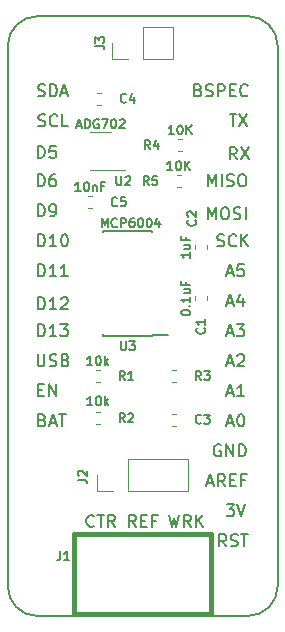
<source format=gbr>
G04 #@! TF.GenerationSoftware,KiCad,Pcbnew,5.0.2-bee76a0~70~ubuntu18.04.1*
G04 #@! TF.CreationDate,2020-04-01T17:28:38-07:00*
G04 #@! TF.ProjectId,potentiostat_featherwing,706f7465-6e74-4696-9f73-7461745f6665,rev?*
G04 #@! TF.SameCoordinates,Original*
G04 #@! TF.FileFunction,Legend,Top*
G04 #@! TF.FilePolarity,Positive*
%FSLAX46Y46*%
G04 Gerber Fmt 4.6, Leading zero omitted, Abs format (unit mm)*
G04 Created by KiCad (PCBNEW 5.0.2-bee76a0~70~ubuntu18.04.1) date Wed 01 Apr 2020 05:28:38 PM PDT*
%MOMM*%
%LPD*%
G01*
G04 APERTURE LIST*
%ADD10C,0.203200*%
%ADD11C,0.150000*%
%ADD12C,0.381000*%
%ADD13C,0.120000*%
%ADD14C,0.152400*%
G04 APERTURE END LIST*
D10*
X53031571Y-67642619D02*
X53273476Y-68658619D01*
X53467000Y-67932904D01*
X53660523Y-68658619D01*
X53902428Y-67642619D01*
X54870047Y-68658619D02*
X54531380Y-68174809D01*
X54289476Y-68658619D02*
X54289476Y-67642619D01*
X54676523Y-67642619D01*
X54773285Y-67691000D01*
X54821666Y-67739380D01*
X54870047Y-67836142D01*
X54870047Y-67981285D01*
X54821666Y-68078047D01*
X54773285Y-68126428D01*
X54676523Y-68174809D01*
X54289476Y-68174809D01*
X55305476Y-68658619D02*
X55305476Y-67642619D01*
X55886047Y-68658619D02*
X55450619Y-68078047D01*
X55886047Y-67642619D02*
X55305476Y-68223190D01*
X50219428Y-68658619D02*
X49880761Y-68174809D01*
X49638857Y-68658619D02*
X49638857Y-67642619D01*
X50025904Y-67642619D01*
X50122666Y-67691000D01*
X50171047Y-67739380D01*
X50219428Y-67836142D01*
X50219428Y-67981285D01*
X50171047Y-68078047D01*
X50122666Y-68126428D01*
X50025904Y-68174809D01*
X49638857Y-68174809D01*
X50654857Y-68126428D02*
X50993523Y-68126428D01*
X51138666Y-68658619D02*
X50654857Y-68658619D01*
X50654857Y-67642619D01*
X51138666Y-67642619D01*
X51912761Y-68126428D02*
X51574095Y-68126428D01*
X51574095Y-68658619D02*
X51574095Y-67642619D01*
X52057904Y-67642619D01*
X46663428Y-68561857D02*
X46615047Y-68610238D01*
X46469904Y-68658619D01*
X46373142Y-68658619D01*
X46228000Y-68610238D01*
X46131238Y-68513476D01*
X46082857Y-68416714D01*
X46034476Y-68223190D01*
X46034476Y-68078047D01*
X46082857Y-67884523D01*
X46131238Y-67787761D01*
X46228000Y-67691000D01*
X46373142Y-67642619D01*
X46469904Y-67642619D01*
X46615047Y-67691000D01*
X46663428Y-67739380D01*
X46953714Y-67642619D02*
X47534285Y-67642619D01*
X47244000Y-68658619D02*
X47244000Y-67642619D01*
X48453523Y-68658619D02*
X48114857Y-68174809D01*
X47872952Y-68658619D02*
X47872952Y-67642619D01*
X48260000Y-67642619D01*
X48356761Y-67691000D01*
X48405142Y-67739380D01*
X48453523Y-67836142D01*
X48453523Y-67981285D01*
X48405142Y-68078047D01*
X48356761Y-68126428D01*
X48260000Y-68174809D01*
X47872952Y-68174809D01*
D11*
G04 #@! TO.C,U1*
X39370000Y-27940000D02*
X39370000Y-73660000D01*
X59690000Y-76200000D02*
X41910000Y-76200000D01*
X62230000Y-27940000D02*
X62230000Y-73660000D01*
X59690000Y-25400000D02*
X41910000Y-25400000D01*
X41910000Y-76200000D02*
G75*
G02X39370000Y-73660000I0J2540000D01*
G01*
X62230000Y-73660000D02*
G75*
G02X59690000Y-76200000I-2540000J0D01*
G01*
X59690000Y-25400000D02*
G75*
G02X62230000Y-27940000I0J-2540000D01*
G01*
X39370000Y-27940000D02*
G75*
G02X41910000Y-25400000I2540000J0D01*
G01*
D12*
G04 #@! TO.C,J1*
X45001180Y-69242940D02*
X45001180Y-76045060D01*
X45001180Y-76045060D02*
X56598820Y-76045060D01*
X56598820Y-76045060D02*
X56598820Y-69242940D01*
X56598820Y-69242940D02*
X45001180Y-69242940D01*
D13*
G04 #@! TO.C,C1*
X56263000Y-49104733D02*
X56263000Y-49447267D01*
X55243000Y-49104733D02*
X55243000Y-49447267D01*
G04 #@! TO.C,C2*
X55243000Y-45129267D02*
X55243000Y-44786733D01*
X56263000Y-45129267D02*
X56263000Y-44786733D01*
G04 #@! TO.C,C3*
X53638267Y-59053000D02*
X53295733Y-59053000D01*
X53638267Y-60073000D02*
X53295733Y-60073000D01*
G04 #@! TO.C,C5*
X46526267Y-40638000D02*
X46183733Y-40638000D01*
X46526267Y-41658000D02*
X46183733Y-41658000D01*
G04 #@! TO.C,J2*
X54670000Y-65592000D02*
X54670000Y-62932000D01*
X49530000Y-65592000D02*
X54670000Y-65592000D01*
X49530000Y-62932000D02*
X54670000Y-62932000D01*
X49530000Y-65592000D02*
X49530000Y-62932000D01*
X48260000Y-65592000D02*
X46930000Y-65592000D01*
X46930000Y-65592000D02*
X46930000Y-64262000D01*
G04 #@! TO.C,J3*
X53400000Y-29016000D02*
X53400000Y-26356000D01*
X50800000Y-29016000D02*
X53400000Y-29016000D01*
X50800000Y-26356000D02*
X53400000Y-26356000D01*
X50800000Y-29016000D02*
X50800000Y-26356000D01*
X49530000Y-29016000D02*
X48200000Y-29016000D01*
X48200000Y-29016000D02*
X48200000Y-27686000D01*
G04 #@! TO.C,R1*
X46818733Y-55370000D02*
X47161267Y-55370000D01*
X46818733Y-56390000D02*
X47161267Y-56390000D01*
G04 #@! TO.C,R2*
X47175267Y-58926000D02*
X46832733Y-58926000D01*
X47175267Y-59946000D02*
X46832733Y-59946000D01*
G04 #@! TO.C,R3*
X53638267Y-56390000D02*
X53295733Y-56390000D01*
X53638267Y-55370000D02*
X53295733Y-55370000D01*
G04 #@! TO.C,R4*
X54146267Y-36832000D02*
X53803733Y-36832000D01*
X54146267Y-35812000D02*
X53803733Y-35812000D01*
G04 #@! TO.C,R5*
X53676733Y-39880000D02*
X54019267Y-39880000D01*
X53676733Y-38860000D02*
X54019267Y-38860000D01*
G04 #@! TO.C,U2*
X48144000Y-35220000D02*
X46344000Y-35220000D01*
X46344000Y-38440000D02*
X49294000Y-38440000D01*
D11*
G04 #@! TO.C,U3*
X51605000Y-52431000D02*
X52980000Y-52431000D01*
X51605000Y-43556000D02*
X47455000Y-43556000D01*
X51605000Y-52456000D02*
X47455000Y-52456000D01*
X51605000Y-43556000D02*
X51605000Y-43671000D01*
X47455000Y-43556000D02*
X47455000Y-43671000D01*
X47455000Y-52456000D02*
X47455000Y-52341000D01*
X51605000Y-52456000D02*
X51605000Y-52431000D01*
D13*
G04 #@! TO.C,C4*
X46945733Y-31875000D02*
X47288267Y-31875000D01*
X46945733Y-32895000D02*
X47288267Y-32895000D01*
G04 #@! TO.C,U1*
D10*
X57863619Y-70309619D02*
X57524952Y-69825809D01*
X57283047Y-70309619D02*
X57283047Y-69293619D01*
X57670095Y-69293619D01*
X57766857Y-69342000D01*
X57815238Y-69390380D01*
X57863619Y-69487142D01*
X57863619Y-69632285D01*
X57815238Y-69729047D01*
X57766857Y-69777428D01*
X57670095Y-69825809D01*
X57283047Y-69825809D01*
X58250666Y-70261238D02*
X58395809Y-70309619D01*
X58637714Y-70309619D01*
X58734476Y-70261238D01*
X58782857Y-70212857D01*
X58831238Y-70116095D01*
X58831238Y-70019333D01*
X58782857Y-69922571D01*
X58734476Y-69874190D01*
X58637714Y-69825809D01*
X58444190Y-69777428D01*
X58347428Y-69729047D01*
X58299047Y-69680666D01*
X58250666Y-69583904D01*
X58250666Y-69487142D01*
X58299047Y-69390380D01*
X58347428Y-69342000D01*
X58444190Y-69293619D01*
X58686095Y-69293619D01*
X58831238Y-69342000D01*
X59121523Y-69293619D02*
X59702095Y-69293619D01*
X59411809Y-70309619D02*
X59411809Y-69293619D01*
X57899904Y-66753619D02*
X58528857Y-66753619D01*
X58190190Y-67140666D01*
X58335333Y-67140666D01*
X58432095Y-67189047D01*
X58480476Y-67237428D01*
X58528857Y-67334190D01*
X58528857Y-67576095D01*
X58480476Y-67672857D01*
X58432095Y-67721238D01*
X58335333Y-67769619D01*
X58045047Y-67769619D01*
X57948285Y-67721238D01*
X57899904Y-67672857D01*
X58819142Y-66753619D02*
X59157809Y-67769619D01*
X59496476Y-66753619D01*
X56267047Y-64939333D02*
X56750857Y-64939333D01*
X56170285Y-65229619D02*
X56508952Y-64213619D01*
X56847619Y-65229619D01*
X57766857Y-65229619D02*
X57428190Y-64745809D01*
X57186285Y-65229619D02*
X57186285Y-64213619D01*
X57573333Y-64213619D01*
X57670095Y-64262000D01*
X57718476Y-64310380D01*
X57766857Y-64407142D01*
X57766857Y-64552285D01*
X57718476Y-64649047D01*
X57670095Y-64697428D01*
X57573333Y-64745809D01*
X57186285Y-64745809D01*
X58202285Y-64697428D02*
X58540952Y-64697428D01*
X58686095Y-65229619D02*
X58202285Y-65229619D01*
X58202285Y-64213619D01*
X58686095Y-64213619D01*
X59460190Y-64697428D02*
X59121523Y-64697428D01*
X59121523Y-65229619D02*
X59121523Y-64213619D01*
X59605333Y-64213619D01*
X57391904Y-61722000D02*
X57295142Y-61673619D01*
X57150000Y-61673619D01*
X57004857Y-61722000D01*
X56908095Y-61818761D01*
X56859714Y-61915523D01*
X56811333Y-62109047D01*
X56811333Y-62254190D01*
X56859714Y-62447714D01*
X56908095Y-62544476D01*
X57004857Y-62641238D01*
X57150000Y-62689619D01*
X57246761Y-62689619D01*
X57391904Y-62641238D01*
X57440285Y-62592857D01*
X57440285Y-62254190D01*
X57246761Y-62254190D01*
X57875714Y-62689619D02*
X57875714Y-61673619D01*
X58456285Y-62689619D01*
X58456285Y-61673619D01*
X58940095Y-62689619D02*
X58940095Y-61673619D01*
X59182000Y-61673619D01*
X59327142Y-61722000D01*
X59423904Y-61818761D01*
X59472285Y-61915523D01*
X59520666Y-62109047D01*
X59520666Y-62254190D01*
X59472285Y-62447714D01*
X59423904Y-62544476D01*
X59327142Y-62641238D01*
X59182000Y-62689619D01*
X58940095Y-62689619D01*
X57948285Y-59859333D02*
X58432095Y-59859333D01*
X57851523Y-60149619D02*
X58190190Y-59133619D01*
X58528857Y-60149619D01*
X59061047Y-59133619D02*
X59157809Y-59133619D01*
X59254571Y-59182000D01*
X59302952Y-59230380D01*
X59351333Y-59327142D01*
X59399714Y-59520666D01*
X59399714Y-59762571D01*
X59351333Y-59956095D01*
X59302952Y-60052857D01*
X59254571Y-60101238D01*
X59157809Y-60149619D01*
X59061047Y-60149619D01*
X58964285Y-60101238D01*
X58915904Y-60052857D01*
X58867523Y-59956095D01*
X58819142Y-59762571D01*
X58819142Y-59520666D01*
X58867523Y-59327142D01*
X58915904Y-59230380D01*
X58964285Y-59182000D01*
X59061047Y-59133619D01*
X57948285Y-57319333D02*
X58432095Y-57319333D01*
X57851523Y-57609619D02*
X58190190Y-56593619D01*
X58528857Y-57609619D01*
X59399714Y-57609619D02*
X58819142Y-57609619D01*
X59109428Y-57609619D02*
X59109428Y-56593619D01*
X59012666Y-56738761D01*
X58915904Y-56835523D01*
X58819142Y-56883904D01*
X57948285Y-54779333D02*
X58432095Y-54779333D01*
X57851523Y-55069619D02*
X58190190Y-54053619D01*
X58528857Y-55069619D01*
X58819142Y-54150380D02*
X58867523Y-54102000D01*
X58964285Y-54053619D01*
X59206190Y-54053619D01*
X59302952Y-54102000D01*
X59351333Y-54150380D01*
X59399714Y-54247142D01*
X59399714Y-54343904D01*
X59351333Y-54489047D01*
X58770761Y-55069619D01*
X59399714Y-55069619D01*
X57948285Y-52239333D02*
X58432095Y-52239333D01*
X57851523Y-52529619D02*
X58190190Y-51513619D01*
X58528857Y-52529619D01*
X58770761Y-51513619D02*
X59399714Y-51513619D01*
X59061047Y-51900666D01*
X59206190Y-51900666D01*
X59302952Y-51949047D01*
X59351333Y-51997428D01*
X59399714Y-52094190D01*
X59399714Y-52336095D01*
X59351333Y-52432857D01*
X59302952Y-52481238D01*
X59206190Y-52529619D01*
X58915904Y-52529619D01*
X58819142Y-52481238D01*
X58770761Y-52432857D01*
X57948285Y-49699333D02*
X58432095Y-49699333D01*
X57851523Y-49989619D02*
X58190190Y-48973619D01*
X58528857Y-49989619D01*
X59302952Y-49312285D02*
X59302952Y-49989619D01*
X59061047Y-48925238D02*
X58819142Y-49650952D01*
X59448095Y-49650952D01*
X57948285Y-47159333D02*
X58432095Y-47159333D01*
X57851523Y-47449619D02*
X58190190Y-46433619D01*
X58528857Y-47449619D01*
X59351333Y-46433619D02*
X58867523Y-46433619D01*
X58819142Y-46917428D01*
X58867523Y-46869047D01*
X58964285Y-46820666D01*
X59206190Y-46820666D01*
X59302952Y-46869047D01*
X59351333Y-46917428D01*
X59399714Y-47014190D01*
X59399714Y-47256095D01*
X59351333Y-47352857D01*
X59302952Y-47401238D01*
X59206190Y-47449619D01*
X58964285Y-47449619D01*
X58867523Y-47401238D01*
X58819142Y-47352857D01*
X57113714Y-44861238D02*
X57258857Y-44909619D01*
X57500761Y-44909619D01*
X57597523Y-44861238D01*
X57645904Y-44812857D01*
X57694285Y-44716095D01*
X57694285Y-44619333D01*
X57645904Y-44522571D01*
X57597523Y-44474190D01*
X57500761Y-44425809D01*
X57307238Y-44377428D01*
X57210476Y-44329047D01*
X57162095Y-44280666D01*
X57113714Y-44183904D01*
X57113714Y-44087142D01*
X57162095Y-43990380D01*
X57210476Y-43942000D01*
X57307238Y-43893619D01*
X57549142Y-43893619D01*
X57694285Y-43942000D01*
X58710285Y-44812857D02*
X58661904Y-44861238D01*
X58516761Y-44909619D01*
X58420000Y-44909619D01*
X58274857Y-44861238D01*
X58178095Y-44764476D01*
X58129714Y-44667714D01*
X58081333Y-44474190D01*
X58081333Y-44329047D01*
X58129714Y-44135523D01*
X58178095Y-44038761D01*
X58274857Y-43942000D01*
X58420000Y-43893619D01*
X58516761Y-43893619D01*
X58661904Y-43942000D01*
X58710285Y-43990380D01*
X59145714Y-44909619D02*
X59145714Y-43893619D01*
X59726285Y-44909619D02*
X59290857Y-44329047D01*
X59726285Y-43893619D02*
X59145714Y-44474190D01*
X56315428Y-42623619D02*
X56315428Y-41607619D01*
X56654095Y-42333333D01*
X56992761Y-41607619D01*
X56992761Y-42623619D01*
X57670095Y-41607619D02*
X57863619Y-41607619D01*
X57960380Y-41656000D01*
X58057142Y-41752761D01*
X58105523Y-41946285D01*
X58105523Y-42284952D01*
X58057142Y-42478476D01*
X57960380Y-42575238D01*
X57863619Y-42623619D01*
X57670095Y-42623619D01*
X57573333Y-42575238D01*
X57476571Y-42478476D01*
X57428190Y-42284952D01*
X57428190Y-41946285D01*
X57476571Y-41752761D01*
X57573333Y-41656000D01*
X57670095Y-41607619D01*
X58492571Y-42575238D02*
X58637714Y-42623619D01*
X58879619Y-42623619D01*
X58976380Y-42575238D01*
X59024761Y-42526857D01*
X59073142Y-42430095D01*
X59073142Y-42333333D01*
X59024761Y-42236571D01*
X58976380Y-42188190D01*
X58879619Y-42139809D01*
X58686095Y-42091428D01*
X58589333Y-42043047D01*
X58540952Y-41994666D01*
X58492571Y-41897904D01*
X58492571Y-41801142D01*
X58540952Y-41704380D01*
X58589333Y-41656000D01*
X58686095Y-41607619D01*
X58928000Y-41607619D01*
X59073142Y-41656000D01*
X59508571Y-42623619D02*
X59508571Y-41607619D01*
X56315428Y-39829619D02*
X56315428Y-38813619D01*
X56654095Y-39539333D01*
X56992761Y-38813619D01*
X56992761Y-39829619D01*
X57476571Y-39829619D02*
X57476571Y-38813619D01*
X57912000Y-39781238D02*
X58057142Y-39829619D01*
X58299047Y-39829619D01*
X58395809Y-39781238D01*
X58444190Y-39732857D01*
X58492571Y-39636095D01*
X58492571Y-39539333D01*
X58444190Y-39442571D01*
X58395809Y-39394190D01*
X58299047Y-39345809D01*
X58105523Y-39297428D01*
X58008761Y-39249047D01*
X57960380Y-39200666D01*
X57912000Y-39103904D01*
X57912000Y-39007142D01*
X57960380Y-38910380D01*
X58008761Y-38862000D01*
X58105523Y-38813619D01*
X58347428Y-38813619D01*
X58492571Y-38862000D01*
X59121523Y-38813619D02*
X59315047Y-38813619D01*
X59411809Y-38862000D01*
X59508571Y-38958761D01*
X59556952Y-39152285D01*
X59556952Y-39490952D01*
X59508571Y-39684476D01*
X59411809Y-39781238D01*
X59315047Y-39829619D01*
X59121523Y-39829619D01*
X59024761Y-39781238D01*
X58927999Y-39684476D01*
X58879619Y-39490952D01*
X58879619Y-39152285D01*
X58927999Y-38958761D01*
X59024761Y-38862000D01*
X59121523Y-38813619D01*
X58758666Y-37543619D02*
X58420000Y-37059809D01*
X58178095Y-37543619D02*
X58178095Y-36527619D01*
X58565142Y-36527619D01*
X58661904Y-36576000D01*
X58710285Y-36624380D01*
X58758666Y-36721142D01*
X58758666Y-36866285D01*
X58710285Y-36963047D01*
X58661904Y-37011428D01*
X58565142Y-37059809D01*
X58178095Y-37059809D01*
X59097333Y-36527619D02*
X59774666Y-37543619D01*
X59774666Y-36527619D02*
X59097333Y-37543619D01*
X58153904Y-33733619D02*
X58734476Y-33733619D01*
X58444190Y-34749619D02*
X58444190Y-33733619D01*
X58976380Y-33733619D02*
X59653714Y-34749619D01*
X59653714Y-33733619D02*
X58976380Y-34749619D01*
X55517142Y-31677428D02*
X55662285Y-31725809D01*
X55710666Y-31774190D01*
X55759047Y-31870952D01*
X55759047Y-32016095D01*
X55710666Y-32112857D01*
X55662285Y-32161238D01*
X55565523Y-32209619D01*
X55178476Y-32209619D01*
X55178476Y-31193619D01*
X55517142Y-31193619D01*
X55613904Y-31242000D01*
X55662285Y-31290380D01*
X55710666Y-31387142D01*
X55710666Y-31483904D01*
X55662285Y-31580666D01*
X55613904Y-31629047D01*
X55517142Y-31677428D01*
X55178476Y-31677428D01*
X56146095Y-32161238D02*
X56291238Y-32209619D01*
X56533142Y-32209619D01*
X56629904Y-32161238D01*
X56678285Y-32112857D01*
X56726666Y-32016095D01*
X56726666Y-31919333D01*
X56678285Y-31822571D01*
X56629904Y-31774190D01*
X56533142Y-31725809D01*
X56339619Y-31677428D01*
X56242857Y-31629047D01*
X56194476Y-31580666D01*
X56146095Y-31483904D01*
X56146095Y-31387142D01*
X56194476Y-31290380D01*
X56242857Y-31242000D01*
X56339619Y-31193619D01*
X56581523Y-31193619D01*
X56726666Y-31242000D01*
X57162095Y-32209619D02*
X57162095Y-31193619D01*
X57549142Y-31193619D01*
X57645904Y-31242000D01*
X57694285Y-31290380D01*
X57742666Y-31387142D01*
X57742666Y-31532285D01*
X57694285Y-31629047D01*
X57645904Y-31677428D01*
X57549142Y-31725809D01*
X57162095Y-31725809D01*
X58178095Y-31677428D02*
X58516761Y-31677428D01*
X58661904Y-32209619D02*
X58178095Y-32209619D01*
X58178095Y-31193619D01*
X58661904Y-31193619D01*
X59677904Y-32112857D02*
X59629523Y-32161238D01*
X59484380Y-32209619D01*
X59387619Y-32209619D01*
X59242476Y-32161238D01*
X59145714Y-32064476D01*
X59097333Y-31967714D01*
X59048952Y-31774190D01*
X59048952Y-31629047D01*
X59097333Y-31435523D01*
X59145714Y-31338761D01*
X59242476Y-31242000D01*
X59387619Y-31193619D01*
X59484380Y-31193619D01*
X59629523Y-31242000D01*
X59677904Y-31290380D01*
X42303095Y-59617428D02*
X42448238Y-59665809D01*
X42496619Y-59714190D01*
X42545000Y-59810952D01*
X42545000Y-59956095D01*
X42496619Y-60052857D01*
X42448238Y-60101238D01*
X42351476Y-60149619D01*
X41964428Y-60149619D01*
X41964428Y-59133619D01*
X42303095Y-59133619D01*
X42399857Y-59182000D01*
X42448238Y-59230380D01*
X42496619Y-59327142D01*
X42496619Y-59423904D01*
X42448238Y-59520666D01*
X42399857Y-59569047D01*
X42303095Y-59617428D01*
X41964428Y-59617428D01*
X42932047Y-59859333D02*
X43415857Y-59859333D01*
X42835285Y-60149619D02*
X43173952Y-59133619D01*
X43512619Y-60149619D01*
X43706142Y-59133619D02*
X44286714Y-59133619D01*
X43996428Y-60149619D02*
X43996428Y-59133619D01*
X41922095Y-57077428D02*
X42260761Y-57077428D01*
X42405904Y-57609619D02*
X41922095Y-57609619D01*
X41922095Y-56593619D01*
X42405904Y-56593619D01*
X42841333Y-57609619D02*
X42841333Y-56593619D01*
X43421904Y-57609619D01*
X43421904Y-56593619D01*
X41897904Y-54053619D02*
X41897904Y-54876095D01*
X41946285Y-54972857D01*
X41994666Y-55021238D01*
X42091428Y-55069619D01*
X42284952Y-55069619D01*
X42381714Y-55021238D01*
X42430095Y-54972857D01*
X42478476Y-54876095D01*
X42478476Y-54053619D01*
X42913904Y-55021238D02*
X43059047Y-55069619D01*
X43300952Y-55069619D01*
X43397714Y-55021238D01*
X43446095Y-54972857D01*
X43494476Y-54876095D01*
X43494476Y-54779333D01*
X43446095Y-54682571D01*
X43397714Y-54634190D01*
X43300952Y-54585809D01*
X43107428Y-54537428D01*
X43010666Y-54489047D01*
X42962285Y-54440666D01*
X42913904Y-54343904D01*
X42913904Y-54247142D01*
X42962285Y-54150380D01*
X43010666Y-54102000D01*
X43107428Y-54053619D01*
X43349333Y-54053619D01*
X43494476Y-54102000D01*
X44268571Y-54537428D02*
X44413714Y-54585809D01*
X44462095Y-54634190D01*
X44510476Y-54730952D01*
X44510476Y-54876095D01*
X44462095Y-54972857D01*
X44413714Y-55021238D01*
X44316952Y-55069619D01*
X43929904Y-55069619D01*
X43929904Y-54053619D01*
X44268571Y-54053619D01*
X44365333Y-54102000D01*
X44413714Y-54150380D01*
X44462095Y-54247142D01*
X44462095Y-54343904D01*
X44413714Y-54440666D01*
X44365333Y-54489047D01*
X44268571Y-54537428D01*
X43929904Y-54537428D01*
X41946285Y-52529619D02*
X41946285Y-51513619D01*
X42188190Y-51513619D01*
X42333333Y-51562000D01*
X42430095Y-51658761D01*
X42478476Y-51755523D01*
X42526857Y-51949047D01*
X42526857Y-52094190D01*
X42478476Y-52287714D01*
X42430095Y-52384476D01*
X42333333Y-52481238D01*
X42188190Y-52529619D01*
X41946285Y-52529619D01*
X43494476Y-52529619D02*
X42913904Y-52529619D01*
X43204190Y-52529619D02*
X43204190Y-51513619D01*
X43107428Y-51658761D01*
X43010666Y-51755523D01*
X42913904Y-51803904D01*
X43833142Y-51513619D02*
X44462095Y-51513619D01*
X44123428Y-51900666D01*
X44268571Y-51900666D01*
X44365333Y-51949047D01*
X44413714Y-51997428D01*
X44462095Y-52094190D01*
X44462095Y-52336095D01*
X44413714Y-52432857D01*
X44365333Y-52481238D01*
X44268571Y-52529619D01*
X43978285Y-52529619D01*
X43881523Y-52481238D01*
X43833142Y-52432857D01*
X41946285Y-50243619D02*
X41946285Y-49227619D01*
X42188190Y-49227619D01*
X42333333Y-49276000D01*
X42430095Y-49372761D01*
X42478476Y-49469523D01*
X42526857Y-49663047D01*
X42526857Y-49808190D01*
X42478476Y-50001714D01*
X42430095Y-50098476D01*
X42333333Y-50195238D01*
X42188190Y-50243619D01*
X41946285Y-50243619D01*
X43494476Y-50243619D02*
X42913904Y-50243619D01*
X43204190Y-50243619D02*
X43204190Y-49227619D01*
X43107428Y-49372761D01*
X43010666Y-49469523D01*
X42913904Y-49517904D01*
X43881523Y-49324380D02*
X43929904Y-49276000D01*
X44026666Y-49227619D01*
X44268571Y-49227619D01*
X44365333Y-49276000D01*
X44413714Y-49324380D01*
X44462095Y-49421142D01*
X44462095Y-49517904D01*
X44413714Y-49663047D01*
X43833142Y-50243619D01*
X44462095Y-50243619D01*
X41946285Y-47449619D02*
X41946285Y-46433619D01*
X42188190Y-46433619D01*
X42333333Y-46482000D01*
X42430095Y-46578761D01*
X42478476Y-46675523D01*
X42526857Y-46869047D01*
X42526857Y-47014190D01*
X42478476Y-47207714D01*
X42430095Y-47304476D01*
X42333333Y-47401238D01*
X42188190Y-47449619D01*
X41946285Y-47449619D01*
X43494476Y-47449619D02*
X42913904Y-47449619D01*
X43204190Y-47449619D02*
X43204190Y-46433619D01*
X43107428Y-46578761D01*
X43010666Y-46675523D01*
X42913904Y-46723904D01*
X44462095Y-47449619D02*
X43881523Y-47449619D01*
X44171809Y-47449619D02*
X44171809Y-46433619D01*
X44075047Y-46578761D01*
X43978285Y-46675523D01*
X43881523Y-46723904D01*
X41946285Y-44909619D02*
X41946285Y-43893619D01*
X42188190Y-43893619D01*
X42333333Y-43942000D01*
X42430095Y-44038761D01*
X42478476Y-44135523D01*
X42526857Y-44329047D01*
X42526857Y-44474190D01*
X42478476Y-44667714D01*
X42430095Y-44764476D01*
X42333333Y-44861238D01*
X42188190Y-44909619D01*
X41946285Y-44909619D01*
X43494476Y-44909619D02*
X42913904Y-44909619D01*
X43204190Y-44909619D02*
X43204190Y-43893619D01*
X43107428Y-44038761D01*
X43010666Y-44135523D01*
X42913904Y-44183904D01*
X44123428Y-43893619D02*
X44220190Y-43893619D01*
X44316952Y-43942000D01*
X44365333Y-43990380D01*
X44413714Y-44087142D01*
X44462095Y-44280666D01*
X44462095Y-44522571D01*
X44413714Y-44716095D01*
X44365333Y-44812857D01*
X44316952Y-44861238D01*
X44220190Y-44909619D01*
X44123428Y-44909619D01*
X44026666Y-44861238D01*
X43978285Y-44812857D01*
X43929904Y-44716095D01*
X43881523Y-44522571D01*
X43881523Y-44280666D01*
X43929904Y-44087142D01*
X43978285Y-43990380D01*
X44026666Y-43942000D01*
X44123428Y-43893619D01*
X41922095Y-42369619D02*
X41922095Y-41353619D01*
X42164000Y-41353619D01*
X42309142Y-41402000D01*
X42405904Y-41498761D01*
X42454285Y-41595523D01*
X42502666Y-41789047D01*
X42502666Y-41934190D01*
X42454285Y-42127714D01*
X42405904Y-42224476D01*
X42309142Y-42321238D01*
X42164000Y-42369619D01*
X41922095Y-42369619D01*
X42986476Y-42369619D02*
X43180000Y-42369619D01*
X43276761Y-42321238D01*
X43325142Y-42272857D01*
X43421904Y-42127714D01*
X43470285Y-41934190D01*
X43470285Y-41547142D01*
X43421904Y-41450380D01*
X43373523Y-41402000D01*
X43276761Y-41353619D01*
X43083238Y-41353619D01*
X42986476Y-41402000D01*
X42938095Y-41450380D01*
X42889714Y-41547142D01*
X42889714Y-41789047D01*
X42938095Y-41885809D01*
X42986476Y-41934190D01*
X43083238Y-41982571D01*
X43276761Y-41982571D01*
X43373523Y-41934190D01*
X43421904Y-41885809D01*
X43470285Y-41789047D01*
X41922095Y-39829619D02*
X41922095Y-38813619D01*
X42164000Y-38813619D01*
X42309142Y-38862000D01*
X42405904Y-38958761D01*
X42454285Y-39055523D01*
X42502666Y-39249047D01*
X42502666Y-39394190D01*
X42454285Y-39587714D01*
X42405904Y-39684476D01*
X42309142Y-39781238D01*
X42164000Y-39829619D01*
X41922095Y-39829619D01*
X43373523Y-38813619D02*
X43180000Y-38813619D01*
X43083238Y-38862000D01*
X43034857Y-38910380D01*
X42938095Y-39055523D01*
X42889714Y-39249047D01*
X42889714Y-39636095D01*
X42938095Y-39732857D01*
X42986476Y-39781238D01*
X43083238Y-39829619D01*
X43276761Y-39829619D01*
X43373523Y-39781238D01*
X43421904Y-39732857D01*
X43470285Y-39636095D01*
X43470285Y-39394190D01*
X43421904Y-39297428D01*
X43373523Y-39249047D01*
X43276761Y-39200666D01*
X43083238Y-39200666D01*
X42986476Y-39249047D01*
X42938095Y-39297428D01*
X42889714Y-39394190D01*
X41922095Y-37416619D02*
X41922095Y-36400619D01*
X42164000Y-36400619D01*
X42309142Y-36449000D01*
X42405904Y-36545761D01*
X42454285Y-36642523D01*
X42502666Y-36836047D01*
X42502666Y-36981190D01*
X42454285Y-37174714D01*
X42405904Y-37271476D01*
X42309142Y-37368238D01*
X42164000Y-37416619D01*
X41922095Y-37416619D01*
X43421904Y-36400619D02*
X42938095Y-36400619D01*
X42889714Y-36884428D01*
X42938095Y-36836047D01*
X43034857Y-36787666D01*
X43276761Y-36787666D01*
X43373523Y-36836047D01*
X43421904Y-36884428D01*
X43470285Y-36981190D01*
X43470285Y-37223095D01*
X43421904Y-37319857D01*
X43373523Y-37368238D01*
X43276761Y-37416619D01*
X43034857Y-37416619D01*
X42938095Y-37368238D01*
X42889714Y-37319857D01*
X41970476Y-34701238D02*
X42115619Y-34749619D01*
X42357523Y-34749619D01*
X42454285Y-34701238D01*
X42502666Y-34652857D01*
X42551047Y-34556095D01*
X42551047Y-34459333D01*
X42502666Y-34362571D01*
X42454285Y-34314190D01*
X42357523Y-34265809D01*
X42164000Y-34217428D01*
X42067238Y-34169047D01*
X42018857Y-34120666D01*
X41970476Y-34023904D01*
X41970476Y-33927142D01*
X42018857Y-33830380D01*
X42067238Y-33782000D01*
X42164000Y-33733619D01*
X42405904Y-33733619D01*
X42551047Y-33782000D01*
X43567047Y-34652857D02*
X43518666Y-34701238D01*
X43373523Y-34749619D01*
X43276761Y-34749619D01*
X43131619Y-34701238D01*
X43034857Y-34604476D01*
X42986476Y-34507714D01*
X42938095Y-34314190D01*
X42938095Y-34169047D01*
X42986476Y-33975523D01*
X43034857Y-33878761D01*
X43131619Y-33782000D01*
X43276761Y-33733619D01*
X43373523Y-33733619D01*
X43518666Y-33782000D01*
X43567047Y-33830380D01*
X44486285Y-34749619D02*
X44002476Y-34749619D01*
X44002476Y-33733619D01*
X41946285Y-32161238D02*
X42091428Y-32209619D01*
X42333333Y-32209619D01*
X42430095Y-32161238D01*
X42478476Y-32112857D01*
X42526857Y-32016095D01*
X42526857Y-31919333D01*
X42478476Y-31822571D01*
X42430095Y-31774190D01*
X42333333Y-31725809D01*
X42139809Y-31677428D01*
X42043047Y-31629047D01*
X41994666Y-31580666D01*
X41946285Y-31483904D01*
X41946285Y-31387142D01*
X41994666Y-31290380D01*
X42043047Y-31242000D01*
X42139809Y-31193619D01*
X42381714Y-31193619D01*
X42526857Y-31242000D01*
X42962285Y-32209619D02*
X42962285Y-31193619D01*
X43204190Y-31193619D01*
X43349333Y-31242000D01*
X43446095Y-31338761D01*
X43494476Y-31435523D01*
X43542857Y-31629047D01*
X43542857Y-31774190D01*
X43494476Y-31967714D01*
X43446095Y-32064476D01*
X43349333Y-32161238D01*
X43204190Y-32209619D01*
X42962285Y-32209619D01*
X43929904Y-31919333D02*
X44413714Y-31919333D01*
X43833142Y-32209619D02*
X44171809Y-31193619D01*
X44510476Y-32209619D01*
G04 #@! TO.C,J1*
D14*
X43815000Y-70702714D02*
X43815000Y-71247000D01*
X43778714Y-71355857D01*
X43706142Y-71428428D01*
X43597285Y-71464714D01*
X43524714Y-71464714D01*
X44577000Y-71464714D02*
X44141571Y-71464714D01*
X44359285Y-71464714D02*
X44359285Y-70702714D01*
X44286714Y-70811571D01*
X44214142Y-70884142D01*
X44141571Y-70920428D01*
G04 #@! TO.C,C1*
X56025142Y-51816000D02*
X56061428Y-51852285D01*
X56097714Y-51961142D01*
X56097714Y-52033714D01*
X56061428Y-52142571D01*
X55988857Y-52215142D01*
X55916285Y-52251428D01*
X55771142Y-52287714D01*
X55662285Y-52287714D01*
X55517142Y-52251428D01*
X55444571Y-52215142D01*
X55372000Y-52142571D01*
X55335714Y-52033714D01*
X55335714Y-51961142D01*
X55372000Y-51852285D01*
X55408285Y-51816000D01*
X56097714Y-51090285D02*
X56097714Y-51525714D01*
X56097714Y-51308000D02*
X55335714Y-51308000D01*
X55444571Y-51380571D01*
X55517142Y-51453142D01*
X55553428Y-51525714D01*
X54065714Y-50527857D02*
X54065714Y-50455285D01*
X54102000Y-50382714D01*
X54138285Y-50346428D01*
X54210857Y-50310142D01*
X54356000Y-50273857D01*
X54537428Y-50273857D01*
X54682571Y-50310142D01*
X54755142Y-50346428D01*
X54791428Y-50382714D01*
X54827714Y-50455285D01*
X54827714Y-50527857D01*
X54791428Y-50600428D01*
X54755142Y-50636714D01*
X54682571Y-50673000D01*
X54537428Y-50709285D01*
X54356000Y-50709285D01*
X54210857Y-50673000D01*
X54138285Y-50636714D01*
X54102000Y-50600428D01*
X54065714Y-50527857D01*
X54755142Y-49947285D02*
X54791428Y-49911000D01*
X54827714Y-49947285D01*
X54791428Y-49983571D01*
X54755142Y-49947285D01*
X54827714Y-49947285D01*
X54827714Y-49185285D02*
X54827714Y-49620714D01*
X54827714Y-49403000D02*
X54065714Y-49403000D01*
X54174571Y-49475571D01*
X54247142Y-49548142D01*
X54283428Y-49620714D01*
X54319714Y-48532142D02*
X54827714Y-48532142D01*
X54319714Y-48858714D02*
X54718857Y-48858714D01*
X54791428Y-48822428D01*
X54827714Y-48749857D01*
X54827714Y-48641000D01*
X54791428Y-48568428D01*
X54755142Y-48532142D01*
X54428571Y-47915285D02*
X54428571Y-48169285D01*
X54827714Y-48169285D02*
X54065714Y-48169285D01*
X54065714Y-47806428D01*
G04 #@! TO.C,C2*
X55263142Y-42672000D02*
X55299428Y-42708285D01*
X55335714Y-42817142D01*
X55335714Y-42889714D01*
X55299428Y-42998571D01*
X55226857Y-43071142D01*
X55154285Y-43107428D01*
X55009142Y-43143714D01*
X54900285Y-43143714D01*
X54755142Y-43107428D01*
X54682571Y-43071142D01*
X54610000Y-42998571D01*
X54573714Y-42889714D01*
X54573714Y-42817142D01*
X54610000Y-42708285D01*
X54646285Y-42672000D01*
X54646285Y-42381714D02*
X54610000Y-42345428D01*
X54573714Y-42272857D01*
X54573714Y-42091428D01*
X54610000Y-42018857D01*
X54646285Y-41982571D01*
X54718857Y-41946285D01*
X54791428Y-41946285D01*
X54900285Y-41982571D01*
X55335714Y-42418000D01*
X55335714Y-41946285D01*
X54827714Y-45411571D02*
X54827714Y-45847000D01*
X54827714Y-45629285D02*
X54065714Y-45629285D01*
X54174571Y-45701857D01*
X54247142Y-45774428D01*
X54283428Y-45847000D01*
X54319714Y-44758428D02*
X54827714Y-44758428D01*
X54319714Y-45085000D02*
X54718857Y-45085000D01*
X54791428Y-45048714D01*
X54827714Y-44976142D01*
X54827714Y-44867285D01*
X54791428Y-44794714D01*
X54755142Y-44758428D01*
X54428571Y-44141571D02*
X54428571Y-44395571D01*
X54827714Y-44395571D02*
X54065714Y-44395571D01*
X54065714Y-44032714D01*
G04 #@! TO.C,C3*
X55753000Y-59835142D02*
X55716714Y-59871428D01*
X55607857Y-59907714D01*
X55535285Y-59907714D01*
X55426428Y-59871428D01*
X55353857Y-59798857D01*
X55317571Y-59726285D01*
X55281285Y-59581142D01*
X55281285Y-59472285D01*
X55317571Y-59327142D01*
X55353857Y-59254571D01*
X55426428Y-59182000D01*
X55535285Y-59145714D01*
X55607857Y-59145714D01*
X55716714Y-59182000D01*
X55753000Y-59218285D01*
X56007000Y-59145714D02*
X56478714Y-59145714D01*
X56224714Y-59436000D01*
X56333571Y-59436000D01*
X56406142Y-59472285D01*
X56442428Y-59508571D01*
X56478714Y-59581142D01*
X56478714Y-59762571D01*
X56442428Y-59835142D01*
X56406142Y-59871428D01*
X56333571Y-59907714D01*
X56115857Y-59907714D01*
X56043285Y-59871428D01*
X56007000Y-59835142D01*
G04 #@! TO.C,C5*
X48641000Y-41420142D02*
X48604714Y-41456428D01*
X48495857Y-41492714D01*
X48423285Y-41492714D01*
X48314428Y-41456428D01*
X48241857Y-41383857D01*
X48205571Y-41311285D01*
X48169285Y-41166142D01*
X48169285Y-41057285D01*
X48205571Y-40912142D01*
X48241857Y-40839571D01*
X48314428Y-40767000D01*
X48423285Y-40730714D01*
X48495857Y-40730714D01*
X48604714Y-40767000D01*
X48641000Y-40803285D01*
X49330428Y-40730714D02*
X48967571Y-40730714D01*
X48931285Y-41093571D01*
X48967571Y-41057285D01*
X49040142Y-41021000D01*
X49221571Y-41021000D01*
X49294142Y-41057285D01*
X49330428Y-41093571D01*
X49366714Y-41166142D01*
X49366714Y-41347571D01*
X49330428Y-41420142D01*
X49294142Y-41456428D01*
X49221571Y-41492714D01*
X49040142Y-41492714D01*
X48967571Y-41456428D01*
X48931285Y-41420142D01*
X45538571Y-40222714D02*
X45103142Y-40222714D01*
X45320857Y-40222714D02*
X45320857Y-39460714D01*
X45248285Y-39569571D01*
X45175714Y-39642142D01*
X45103142Y-39678428D01*
X46010285Y-39460714D02*
X46082857Y-39460714D01*
X46155428Y-39497000D01*
X46191714Y-39533285D01*
X46228000Y-39605857D01*
X46264285Y-39751000D01*
X46264285Y-39932428D01*
X46228000Y-40077571D01*
X46191714Y-40150142D01*
X46155428Y-40186428D01*
X46082857Y-40222714D01*
X46010285Y-40222714D01*
X45937714Y-40186428D01*
X45901428Y-40150142D01*
X45865142Y-40077571D01*
X45828857Y-39932428D01*
X45828857Y-39751000D01*
X45865142Y-39605857D01*
X45901428Y-39533285D01*
X45937714Y-39497000D01*
X46010285Y-39460714D01*
X46590857Y-39714714D02*
X46590857Y-40222714D01*
X46590857Y-39787285D02*
X46627142Y-39751000D01*
X46699714Y-39714714D01*
X46808571Y-39714714D01*
X46881142Y-39751000D01*
X46917428Y-39823571D01*
X46917428Y-40222714D01*
X47534285Y-39823571D02*
X47280285Y-39823571D01*
X47280285Y-40222714D02*
X47280285Y-39460714D01*
X47643142Y-39460714D01*
G04 #@! TO.C,J2*
X45302714Y-64643000D02*
X45847000Y-64643000D01*
X45955857Y-64679285D01*
X46028428Y-64751857D01*
X46064714Y-64860714D01*
X46064714Y-64933285D01*
X45375285Y-64316428D02*
X45339000Y-64280142D01*
X45302714Y-64207571D01*
X45302714Y-64026142D01*
X45339000Y-63953571D01*
X45375285Y-63917285D01*
X45447857Y-63881000D01*
X45520428Y-63881000D01*
X45629285Y-63917285D01*
X46064714Y-64352714D01*
X46064714Y-63881000D01*
G04 #@! TO.C,J3*
X46782714Y-27940000D02*
X47327000Y-27940000D01*
X47435857Y-27976285D01*
X47508428Y-28048857D01*
X47544714Y-28157714D01*
X47544714Y-28230285D01*
X46782714Y-27649714D02*
X46782714Y-27178000D01*
X47073000Y-27432000D01*
X47073000Y-27323142D01*
X47109285Y-27250571D01*
X47145571Y-27214285D01*
X47218142Y-27178000D01*
X47399571Y-27178000D01*
X47472142Y-27214285D01*
X47508428Y-27250571D01*
X47544714Y-27323142D01*
X47544714Y-27540857D01*
X47508428Y-27613428D01*
X47472142Y-27649714D01*
G04 #@! TO.C,R1*
X49276000Y-56224714D02*
X49022000Y-55861857D01*
X48840571Y-56224714D02*
X48840571Y-55462714D01*
X49130857Y-55462714D01*
X49203428Y-55499000D01*
X49239714Y-55535285D01*
X49276000Y-55607857D01*
X49276000Y-55716714D01*
X49239714Y-55789285D01*
X49203428Y-55825571D01*
X49130857Y-55861857D01*
X48840571Y-55861857D01*
X50001714Y-56224714D02*
X49566285Y-56224714D01*
X49784000Y-56224714D02*
X49784000Y-55462714D01*
X49711428Y-55571571D01*
X49638857Y-55644142D01*
X49566285Y-55680428D01*
X46536428Y-54954714D02*
X46101000Y-54954714D01*
X46318714Y-54954714D02*
X46318714Y-54192714D01*
X46246142Y-54301571D01*
X46173571Y-54374142D01*
X46101000Y-54410428D01*
X47008142Y-54192714D02*
X47080714Y-54192714D01*
X47153285Y-54229000D01*
X47189571Y-54265285D01*
X47225857Y-54337857D01*
X47262142Y-54483000D01*
X47262142Y-54664428D01*
X47225857Y-54809571D01*
X47189571Y-54882142D01*
X47153285Y-54918428D01*
X47080714Y-54954714D01*
X47008142Y-54954714D01*
X46935571Y-54918428D01*
X46899285Y-54882142D01*
X46863000Y-54809571D01*
X46826714Y-54664428D01*
X46826714Y-54483000D01*
X46863000Y-54337857D01*
X46899285Y-54265285D01*
X46935571Y-54229000D01*
X47008142Y-54192714D01*
X47588714Y-54954714D02*
X47588714Y-54192714D01*
X47661285Y-54664428D02*
X47879000Y-54954714D01*
X47879000Y-54446714D02*
X47588714Y-54737000D01*
G04 #@! TO.C,R2*
X49276000Y-59780714D02*
X49022000Y-59417857D01*
X48840571Y-59780714D02*
X48840571Y-59018714D01*
X49130857Y-59018714D01*
X49203428Y-59055000D01*
X49239714Y-59091285D01*
X49276000Y-59163857D01*
X49276000Y-59272714D01*
X49239714Y-59345285D01*
X49203428Y-59381571D01*
X49130857Y-59417857D01*
X48840571Y-59417857D01*
X49566285Y-59091285D02*
X49602571Y-59055000D01*
X49675142Y-59018714D01*
X49856571Y-59018714D01*
X49929142Y-59055000D01*
X49965428Y-59091285D01*
X50001714Y-59163857D01*
X50001714Y-59236428D01*
X49965428Y-59345285D01*
X49530000Y-59780714D01*
X50001714Y-59780714D01*
X46550428Y-58350714D02*
X46115000Y-58350714D01*
X46332714Y-58350714D02*
X46332714Y-57588714D01*
X46260142Y-57697571D01*
X46187571Y-57770142D01*
X46115000Y-57806428D01*
X47022142Y-57588714D02*
X47094714Y-57588714D01*
X47167285Y-57625000D01*
X47203571Y-57661285D01*
X47239857Y-57733857D01*
X47276142Y-57879000D01*
X47276142Y-58060428D01*
X47239857Y-58205571D01*
X47203571Y-58278142D01*
X47167285Y-58314428D01*
X47094714Y-58350714D01*
X47022142Y-58350714D01*
X46949571Y-58314428D01*
X46913285Y-58278142D01*
X46877000Y-58205571D01*
X46840714Y-58060428D01*
X46840714Y-57879000D01*
X46877000Y-57733857D01*
X46913285Y-57661285D01*
X46949571Y-57625000D01*
X47022142Y-57588714D01*
X47602714Y-58350714D02*
X47602714Y-57588714D01*
X47675285Y-58060428D02*
X47893000Y-58350714D01*
X47893000Y-57842714D02*
X47602714Y-58133000D01*
G04 #@! TO.C,R3*
X55753000Y-56224714D02*
X55499000Y-55861857D01*
X55317571Y-56224714D02*
X55317571Y-55462714D01*
X55607857Y-55462714D01*
X55680428Y-55499000D01*
X55716714Y-55535285D01*
X55753000Y-55607857D01*
X55753000Y-55716714D01*
X55716714Y-55789285D01*
X55680428Y-55825571D01*
X55607857Y-55861857D01*
X55317571Y-55861857D01*
X56007000Y-55462714D02*
X56478714Y-55462714D01*
X56224714Y-55753000D01*
X56333571Y-55753000D01*
X56406142Y-55789285D01*
X56442428Y-55825571D01*
X56478714Y-55898142D01*
X56478714Y-56079571D01*
X56442428Y-56152142D01*
X56406142Y-56188428D01*
X56333571Y-56224714D01*
X56115857Y-56224714D01*
X56043285Y-56188428D01*
X56007000Y-56152142D01*
G04 #@! TO.C,R4*
X51435000Y-36666714D02*
X51181000Y-36303857D01*
X50999571Y-36666714D02*
X50999571Y-35904714D01*
X51289857Y-35904714D01*
X51362428Y-35941000D01*
X51398714Y-35977285D01*
X51435000Y-36049857D01*
X51435000Y-36158714D01*
X51398714Y-36231285D01*
X51362428Y-36267571D01*
X51289857Y-36303857D01*
X50999571Y-36303857D01*
X52088142Y-36158714D02*
X52088142Y-36666714D01*
X51906714Y-35868428D02*
X51725285Y-36412714D01*
X52197000Y-36412714D01*
X53448857Y-35396714D02*
X53013428Y-35396714D01*
X53231142Y-35396714D02*
X53231142Y-34634714D01*
X53158571Y-34743571D01*
X53086000Y-34816142D01*
X53013428Y-34852428D01*
X53920571Y-34634714D02*
X53993142Y-34634714D01*
X54065714Y-34671000D01*
X54102000Y-34707285D01*
X54138285Y-34779857D01*
X54174571Y-34925000D01*
X54174571Y-35106428D01*
X54138285Y-35251571D01*
X54102000Y-35324142D01*
X54065714Y-35360428D01*
X53993142Y-35396714D01*
X53920571Y-35396714D01*
X53848000Y-35360428D01*
X53811714Y-35324142D01*
X53775428Y-35251571D01*
X53739142Y-35106428D01*
X53739142Y-34925000D01*
X53775428Y-34779857D01*
X53811714Y-34707285D01*
X53848000Y-34671000D01*
X53920571Y-34634714D01*
X54501142Y-35396714D02*
X54501142Y-34634714D01*
X54936571Y-35396714D02*
X54610000Y-34961285D01*
X54936571Y-34634714D02*
X54501142Y-35070142D01*
G04 #@! TO.C,R5*
X51308000Y-39714714D02*
X51054000Y-39351857D01*
X50872571Y-39714714D02*
X50872571Y-38952714D01*
X51162857Y-38952714D01*
X51235428Y-38989000D01*
X51271714Y-39025285D01*
X51308000Y-39097857D01*
X51308000Y-39206714D01*
X51271714Y-39279285D01*
X51235428Y-39315571D01*
X51162857Y-39351857D01*
X50872571Y-39351857D01*
X51997428Y-38952714D02*
X51634571Y-38952714D01*
X51598285Y-39315571D01*
X51634571Y-39279285D01*
X51707142Y-39243000D01*
X51888571Y-39243000D01*
X51961142Y-39279285D01*
X51997428Y-39315571D01*
X52033714Y-39388142D01*
X52033714Y-39569571D01*
X51997428Y-39642142D01*
X51961142Y-39678428D01*
X51888571Y-39714714D01*
X51707142Y-39714714D01*
X51634571Y-39678428D01*
X51598285Y-39642142D01*
X53321857Y-38444714D02*
X52886428Y-38444714D01*
X53104142Y-38444714D02*
X53104142Y-37682714D01*
X53031571Y-37791571D01*
X52959000Y-37864142D01*
X52886428Y-37900428D01*
X53793571Y-37682714D02*
X53866142Y-37682714D01*
X53938714Y-37719000D01*
X53975000Y-37755285D01*
X54011285Y-37827857D01*
X54047571Y-37973000D01*
X54047571Y-38154428D01*
X54011285Y-38299571D01*
X53975000Y-38372142D01*
X53938714Y-38408428D01*
X53866142Y-38444714D01*
X53793571Y-38444714D01*
X53721000Y-38408428D01*
X53684714Y-38372142D01*
X53648428Y-38299571D01*
X53612142Y-38154428D01*
X53612142Y-37973000D01*
X53648428Y-37827857D01*
X53684714Y-37755285D01*
X53721000Y-37719000D01*
X53793571Y-37682714D01*
X54374142Y-38444714D02*
X54374142Y-37682714D01*
X54809571Y-38444714D02*
X54483000Y-38009285D01*
X54809571Y-37682714D02*
X54374142Y-38118142D01*
G04 #@! TO.C,U2*
X48568428Y-38952714D02*
X48568428Y-39569571D01*
X48604714Y-39642142D01*
X48641000Y-39678428D01*
X48713571Y-39714714D01*
X48858714Y-39714714D01*
X48931285Y-39678428D01*
X48967571Y-39642142D01*
X49003857Y-39569571D01*
X49003857Y-38952714D01*
X49330428Y-39025285D02*
X49366714Y-38989000D01*
X49439285Y-38952714D01*
X49620714Y-38952714D01*
X49693285Y-38989000D01*
X49729571Y-39025285D01*
X49765857Y-39097857D01*
X49765857Y-39170428D01*
X49729571Y-39279285D01*
X49294142Y-39714714D01*
X49765857Y-39714714D01*
X45212000Y-34671000D02*
X45574857Y-34671000D01*
X45139428Y-34888714D02*
X45393428Y-34126714D01*
X45647428Y-34888714D01*
X45901428Y-34888714D02*
X45901428Y-34126714D01*
X46082857Y-34126714D01*
X46191714Y-34163000D01*
X46264285Y-34235571D01*
X46300571Y-34308142D01*
X46336857Y-34453285D01*
X46336857Y-34562142D01*
X46300571Y-34707285D01*
X46264285Y-34779857D01*
X46191714Y-34852428D01*
X46082857Y-34888714D01*
X45901428Y-34888714D01*
X47062571Y-34163000D02*
X46990000Y-34126714D01*
X46881142Y-34126714D01*
X46772285Y-34163000D01*
X46699714Y-34235571D01*
X46663428Y-34308142D01*
X46627142Y-34453285D01*
X46627142Y-34562142D01*
X46663428Y-34707285D01*
X46699714Y-34779857D01*
X46772285Y-34852428D01*
X46881142Y-34888714D01*
X46953714Y-34888714D01*
X47062571Y-34852428D01*
X47098857Y-34816142D01*
X47098857Y-34562142D01*
X46953714Y-34562142D01*
X47352857Y-34126714D02*
X47860857Y-34126714D01*
X47534285Y-34888714D01*
X48296285Y-34126714D02*
X48368857Y-34126714D01*
X48441428Y-34163000D01*
X48477714Y-34199285D01*
X48514000Y-34271857D01*
X48550285Y-34417000D01*
X48550285Y-34598428D01*
X48514000Y-34743571D01*
X48477714Y-34816142D01*
X48441428Y-34852428D01*
X48368857Y-34888714D01*
X48296285Y-34888714D01*
X48223714Y-34852428D01*
X48187428Y-34816142D01*
X48151142Y-34743571D01*
X48114857Y-34598428D01*
X48114857Y-34417000D01*
X48151142Y-34271857D01*
X48187428Y-34199285D01*
X48223714Y-34163000D01*
X48296285Y-34126714D01*
X48840571Y-34199285D02*
X48876857Y-34163000D01*
X48949428Y-34126714D01*
X49130857Y-34126714D01*
X49203428Y-34163000D01*
X49239714Y-34199285D01*
X49276000Y-34271857D01*
X49276000Y-34344428D01*
X49239714Y-34453285D01*
X48804285Y-34888714D01*
X49276000Y-34888714D01*
G04 #@! TO.C,U3*
X48949428Y-52922714D02*
X48949428Y-53539571D01*
X48985714Y-53612142D01*
X49022000Y-53648428D01*
X49094571Y-53684714D01*
X49239714Y-53684714D01*
X49312285Y-53648428D01*
X49348571Y-53612142D01*
X49384857Y-53539571D01*
X49384857Y-52922714D01*
X49675142Y-52922714D02*
X50146857Y-52922714D01*
X49892857Y-53213000D01*
X50001714Y-53213000D01*
X50074285Y-53249285D01*
X50110571Y-53285571D01*
X50146857Y-53358142D01*
X50146857Y-53539571D01*
X50110571Y-53612142D01*
X50074285Y-53648428D01*
X50001714Y-53684714D01*
X49784000Y-53684714D01*
X49711428Y-53648428D01*
X49675142Y-53612142D01*
X47316571Y-43270714D02*
X47316571Y-42508714D01*
X47570571Y-43053000D01*
X47824571Y-42508714D01*
X47824571Y-43270714D01*
X48622857Y-43198142D02*
X48586571Y-43234428D01*
X48477714Y-43270714D01*
X48405142Y-43270714D01*
X48296285Y-43234428D01*
X48223714Y-43161857D01*
X48187428Y-43089285D01*
X48151142Y-42944142D01*
X48151142Y-42835285D01*
X48187428Y-42690142D01*
X48223714Y-42617571D01*
X48296285Y-42545000D01*
X48405142Y-42508714D01*
X48477714Y-42508714D01*
X48586571Y-42545000D01*
X48622857Y-42581285D01*
X48949428Y-43270714D02*
X48949428Y-42508714D01*
X49239714Y-42508714D01*
X49312285Y-42545000D01*
X49348571Y-42581285D01*
X49384857Y-42653857D01*
X49384857Y-42762714D01*
X49348571Y-42835285D01*
X49312285Y-42871571D01*
X49239714Y-42907857D01*
X48949428Y-42907857D01*
X50038000Y-42508714D02*
X49892857Y-42508714D01*
X49820285Y-42545000D01*
X49784000Y-42581285D01*
X49711428Y-42690142D01*
X49675142Y-42835285D01*
X49675142Y-43125571D01*
X49711428Y-43198142D01*
X49747714Y-43234428D01*
X49820285Y-43270714D01*
X49965428Y-43270714D01*
X50038000Y-43234428D01*
X50074285Y-43198142D01*
X50110571Y-43125571D01*
X50110571Y-42944142D01*
X50074285Y-42871571D01*
X50038000Y-42835285D01*
X49965428Y-42799000D01*
X49820285Y-42799000D01*
X49747714Y-42835285D01*
X49711428Y-42871571D01*
X49675142Y-42944142D01*
X50582285Y-42508714D02*
X50654857Y-42508714D01*
X50727428Y-42545000D01*
X50763714Y-42581285D01*
X50800000Y-42653857D01*
X50836285Y-42799000D01*
X50836285Y-42980428D01*
X50800000Y-43125571D01*
X50763714Y-43198142D01*
X50727428Y-43234428D01*
X50654857Y-43270714D01*
X50582285Y-43270714D01*
X50509714Y-43234428D01*
X50473428Y-43198142D01*
X50437142Y-43125571D01*
X50400857Y-42980428D01*
X50400857Y-42799000D01*
X50437142Y-42653857D01*
X50473428Y-42581285D01*
X50509714Y-42545000D01*
X50582285Y-42508714D01*
X51308000Y-42508714D02*
X51380571Y-42508714D01*
X51453142Y-42545000D01*
X51489428Y-42581285D01*
X51525714Y-42653857D01*
X51562000Y-42799000D01*
X51562000Y-42980428D01*
X51525714Y-43125571D01*
X51489428Y-43198142D01*
X51453142Y-43234428D01*
X51380571Y-43270714D01*
X51308000Y-43270714D01*
X51235428Y-43234428D01*
X51199142Y-43198142D01*
X51162857Y-43125571D01*
X51126571Y-42980428D01*
X51126571Y-42799000D01*
X51162857Y-42653857D01*
X51199142Y-42581285D01*
X51235428Y-42545000D01*
X51308000Y-42508714D01*
X52215142Y-42762714D02*
X52215142Y-43270714D01*
X52033714Y-42472428D02*
X51852285Y-43016714D01*
X52324000Y-43016714D01*
G04 #@! TO.C,C4*
X49403000Y-32657142D02*
X49366714Y-32693428D01*
X49257857Y-32729714D01*
X49185285Y-32729714D01*
X49076428Y-32693428D01*
X49003857Y-32620857D01*
X48967571Y-32548285D01*
X48931285Y-32403142D01*
X48931285Y-32294285D01*
X48967571Y-32149142D01*
X49003857Y-32076571D01*
X49076428Y-32004000D01*
X49185285Y-31967714D01*
X49257857Y-31967714D01*
X49366714Y-32004000D01*
X49403000Y-32040285D01*
X50056142Y-32221714D02*
X50056142Y-32729714D01*
X49874714Y-31931428D02*
X49693285Y-32475714D01*
X50165000Y-32475714D01*
G04 #@! TD*
M02*

</source>
